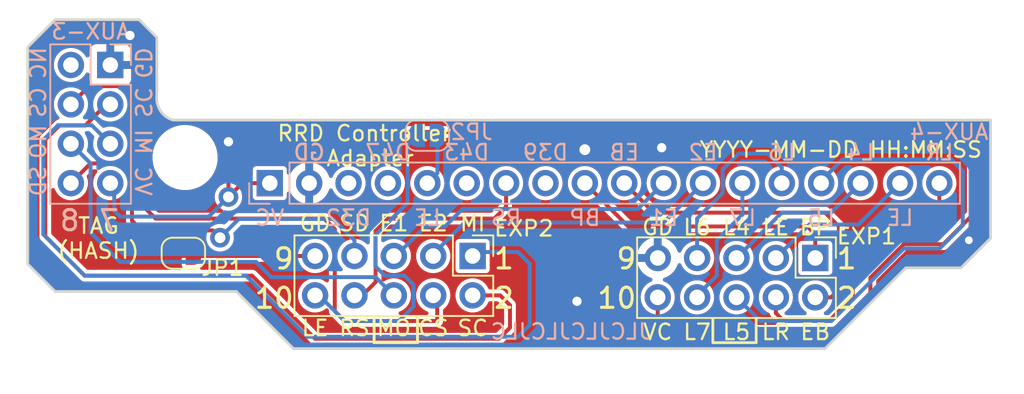
<source format=kicad_pcb>
(kicad_pcb (version 20221018) (generator pcbnew)
  (layers (0 "F.Cu" signal) (31 "B.Cu" signal) (34 "B.Paste" user) (35 "F.Paste" user) (36 "B.SilkS" user "B.Silkscreen") (37 "F.SilkS" user "F.Silkscreen") (38 "B.Mask" user) (39 "F.Mask" user) (44 "Edge.Cuts" user))
  (property "DATE" "YYYY-MM-DD HH:MM:SS")
  (property "HASH" "HASH")
  (property "TAG" "TAG")
  (net 0 "")
  (net 2 "HOST_SCK")
  (net 3 "HOST_CS")
  (net 4 "SD_MISO")
  (net 5 "HOST_MOSI")
  (net 6 "VCC")
  (net 7 "SD_DET")
  (net 8 "Net-(AUX-4-Pin_5)")
  (net 9 "Net-(JP1-A)")
  (net 12 "PWR_LED")
  (net 14 "RESET")
  (net 16 "BEEPER")
  (net 17 "BTN_ENC")
  (net 18 "BTN_EN1")
  (net 19 "BTN_EN2")
  (net 20 "LCD7")
  (net 21 "LCD6")
  (net 22 "LCD5")
  (net 23 "LCD4")
  (net 24 "LCDE")
  (net 25 "LCDRS")
  (net 26 "GND")
  (footprint "Connector_PinHeader_2.54mm:PinHeader_2x05_P2.54mm_Vertical" (layer "F.Cu") (at 97.79 -58.42 -90)
    (fp_text reference "EXP2" (at -1.778 -3.302 180) (layer "F.SilkS"))
    (fp_text value "Header 5X2")
    (fp_line (start -1.33 -1.33) (end 0 -1.33) (stroke (width 0.12)) (layer "F.SilkS"))
    (fp_line (start -1.33 0) (end -1.33 -1.33) (stroke (width 0.12)) (layer "F.SilkS"))
    (fp_line (start -1.33 1.27) (end -1.33 11.49) (stroke (width 0.12)) (layer "F.SilkS"))
    (fp_line (start -1.33 1.27) (end 1.27 1.27) (stroke (width 0.12)) (layer "F.SilkS"))
    (fp_line (start -1.33 11.49) (end 3.87 11.49) (stroke (width 0.12)) (layer "F.SilkS"))
    (fp_line (start 1.27 -1.33) (end 3.87 -1.33) (stroke (width 0.12)) (layer "F.SilkS"))
    (fp_line (start 1.27 1.27) (end 1.27 -1.33) (stroke (width 0.12)) (layer "F.SilkS"))
    (fp_line (start 3.87 -1.33) (end 3.87 11.49) (stroke (width 0.12)) (layer "F.SilkS"))
    (pad "1" thru_hole rect (at 0 0 270) (size 1.7 1.7) (drill 1) (layers "*.Cu" "*.Mask") (net 4 "SD_MISO"))
    (pad "2" thru_hole oval (at 2.54 0 270) (size 1.7 1.7) (drill 1) (layers "*.Cu" "*.Mask") (net 2 "HOST_SCK"))
    (pad "3" thru_hole oval (at 0 2.54 270) (size 1.7 1.7) (drill 1) (layers "*.Cu" "*.Mask") (net 19 "BTN_EN2"))
    (pad "4" thru_hole oval (at 2.54 2.54 270) (size 1.7 1.7) (drill 1) (layers "*.Cu" "*.Mask") (net 3 "HOST_CS"))
    (pad "5" thru_hole oval (at 0 5.08 270) (size 1.7 1.7) (drill 1) (layers "*.Cu" "*.Mask") (net 18 "BTN_EN1"))
    (pad "6" thru_hole oval (at 2.54 5.08 270) (size 1.7 1.7) (drill 1) (layers "*.Cu" "*.Mask") (net 5 "HOST_MOSI"))
    (pad "7" thru_hole oval (at 0 7.62 270) (size 1.7 1.7) (drill 1) (layers "*.Cu" "*.Mask") (net 7 "SD_DET"))
    (pad "8" thru_hole oval (at 2.54 7.62 270) (size 1.7 1.7) (drill 1) (layers "*.Cu" "*.Mask") (net 14 "RESET"))
    (pad "9" thru_hole oval (at 0 10.16 270) (size 1.7 1.7) (drill 1) (layers "*.Cu" "*.Mask") (net 9 "Net-(JP1-A)"))
    (pad "10" thru_hole oval (at 2.54 10.16 270) (size 1.7 1.7) (drill 1) (layers "*.Cu" "*.Mask") (net 12 "PWR_LED"))
  )
  (footprint "Connector_PinHeader_2.54mm:PinHeader_2x05_P2.54mm_Vertical" (layer "F.Cu") (at 119.888 -58.293 -90)
    (fp_text reference "EXP1" (at -1.397 -3.302 180) (layer "F.SilkS"))
    (fp_text value "Header 5X2")
    (fp_line (start -1.33 -1.33) (end 0 -1.33) (stroke (width 0.12)) (layer "F.SilkS"))
    (fp_line (start -1.33 0) (end -1.33 -1.33) (stroke (width 0.12)) (layer "F.SilkS"))
    (fp_line (start -1.33 1.27) (end -1.33 11.49) (stroke (width 0.12)) (layer "F.SilkS"))
    (fp_line (start -1.33 1.27) (end 1.27 1.27) (stroke (width 0.12)) (layer "F.SilkS"))
    (fp_line (start -1.33 11.49) (end 3.87 11.49) (stroke (width 0.12)) (layer "F.SilkS"))
    (fp_line (start 1.27 -1.33) (end 3.87 -1.33) (stroke (width 0.12)) (layer "F.SilkS"))
    (fp_line (start 1.27 1.27) (end 1.27 -1.33) (stroke (width 0.12)) (layer "F.SilkS"))
    (fp_line (start 3.87 -1.33) (end 3.87 11.49) (stroke (width 0.12)) (layer "F.SilkS"))
    (pad "1" thru_hole rect (at 0 0 270) (size 1.7 1.7) (drill 1) (layers "*.Cu" "*.Mask") (net 16 "BEEPER"))
    (pad "2" thru_hole oval (at 2.54 0 270) (size 1.7 1.7) (drill 1) (layers "*.Cu" "*.Mask") (net 17 "BTN_ENC"))
    (pad "3" thru_hole oval (at 0 2.54 270) (size 1.7 1.7) (drill 1) (layers "*.Cu" "*.Mask") (net 24 "LCDE"))
    (pad "4" thru_hole oval (at 2.54 2.54 270) (size 1.7 1.7) (drill 1) (layers "*.Cu" "*.Mask") (net 25 "LCDRS"))
    (pad "5" thru_hole oval (at 0 5.08 270) (size 1.7 1.7) (drill 1) (layers "*.Cu" "*.Mask") (net 23 "LCD4"))
    (pad "6" thru_hole oval (at 2.54 5.08 270) (size 1.7 1.7) (drill 1) (layers "*.Cu" "*.Mask") (net 22 "LCD5"))
    (pad "7" thru_hole oval (at 0 7.62 270) (size 1.7 1.7) (drill 1) (layers "*.Cu" "*.Mask") (net 21 "LCD6"))
    (pad "8" thru_hole oval (at 2.54 7.62 270) (size 1.7 1.7) (drill 1) (layers "*.Cu" "*.Mask") (net 20 "LCD7"))
    (pad "9" thru_hole oval (at 0 10.16 270) (size 1.7 1.7) (drill 1) (layers "*.Cu" "*.Mask") (net 26 "GND"))
    (pad "10" thru_hole oval (at 2.54 10.16 270) (size 1.7 1.7) (drill 1) (layers "*.Cu" "*.Mask") (net 6 "VCC"))
  )
  (footprint "MountingHole:MountingHole_3.7mm" (layer "F.Cu") (at 79.248 -64.77)
    (fp_text reference "H1" hide)
    (fp_text value "MountingHole")
    (pad "" np_thru_hole circle (at 0 0) (size 3.7 3.7) (drill 3.7) (layers "*.Cu" "*.Mask"))
  )
  (footprint "Jumper:SolderJumper-2_P1.3mm_Bridged_RoundedPad1.0x1.5mm" (layer "F.Cu") (at 79.136 -58.6 180)
    (fp_text reference "JP1" (at -2.525 -0.942) (layer "F.SilkS"))
    (fp_text value "Jumper_2_Bridged")
    (fp_poly (pts (xy 0.25 -0.3) (xy -0.25 -0.3) (xy -0.25 0.3) (xy 0.25 0.3)) (fill solid) (layer "F.Cu"))
    (fp_line (start -1.4 0.3) (end -1.4 -0.3) (stroke (width 0.12)) (layer "F.SilkS"))
    (fp_line (start -0.7 -1) (end 0.7 -1) (stroke (width 0.12)) (layer "F.SilkS"))
    (fp_line (start 0.7 1) (end -0.7 1) (stroke (width 0.12)) (layer "F.SilkS"))
    (fp_line (start 1.4 -0.3) (end 1.4 0.3) (stroke (width 0.12)) (layer "F.SilkS"))
    (fp_arc (start -1.4 -0.3) (mid -1.194975 -0.794975) (end -0.7 -1) (stroke (width 0.12)) (layer "F.SilkS"))
    (fp_arc (start -0.7 1) (mid -1.194975 0.794975) (end -1.4 0.3) (stroke (width 0.12)) (layer "F.SilkS"))
    (fp_arc (start 0.7 -1) (mid 1.194975 -0.794975) (end 1.4 -0.3) (stroke (width 0.12)) (layer "F.SilkS"))
    (fp_arc (start 1.4 0.3) (mid 1.194975 0.794975) (end 0.7 1) (stroke (width 0.12)) (layer "F.SilkS"))
    (pad "1" smd custom (at -0.65 0 180) (size 1 0.5) (layers "F.Cu" "F.Mask") (net 9 "Net-(JP1-A)") (options (clearance outline) (anchor rect)) (primitives (gr_circle (center 0 0.25) (end 0.5 0.25) (width 0) (fill yes)) (gr_circle (center 0 -0.25) (end 0.5 -0.25) (width 0) (fill yes)) (gr_poly (pts (xy 0.5 0.75) (xy 0 0.75) (xy 0 -0.75) (xy 0.5 -0.75)) (width 0) (fill yes))))
    (pad "2" smd custom (at 0.65 0 180) (size 1 0.5) (layers "F.Cu" "F.Mask") (net 26 "GND") (options (clearance outline) (anchor rect)) (primitives (gr_circle (center 0 0.25) (end 0.5 0.25) (width 0) (fill yes)) (gr_circle (center 0 -0.25) (end 0.5 -0.25) (width 0) (fill yes)) (gr_poly (pts (xy 0 0.75) (xy -0.5 0.75) (xy -0.5 -0.75) (xy 0 -0.75)) (width 0) (fill yes))))
  )
  (footprint "Gigahawk:PinSocket_2x04_P2.54mm_Vertical_Flipped" (layer "B.Cu") (at 71.882 -70.739 180)
    (fp_text reference "AUX-3" (at -1.27 2.159 unlocked) (layer "B.SilkS") (effects (justify mirror)))
    (fp_text value "Conn_02x04_Odd_Even")
    (fp_line (start -3.87 -1.27) (end -3.87 -8.95) (stroke (width 0.12)) (layer "B.SilkS"))
    (fp_line (start -3.87 1.33) (end -3.87 0) (stroke (width 0.12)) (layer "B.SilkS"))
    (fp_line (start -2.54 1.33) (end -3.87 1.33) (stroke (width 0.12)) (layer "B.SilkS"))
    (fp_line (start -1.27 -1.27) (end -3.87 -1.27) (stroke (width 0.12)) (layer "B.SilkS"))
    (fp_line (start -1.27 1.33) (end -1.27 -1.27) (stroke (width 0.12)) (layer "B.SilkS"))
    (fp_line (start 1.33 -8.95) (end -3.87 -8.95) (stroke (width 0.12)) (layer "B.SilkS"))
    (fp_line (start 1.33 1.33) (end -1.27 1.33) (stroke (width 0.12)) (layer "B.SilkS"))
    (fp_line (start 1.33 1.33) (end 1.33 -8.95) (stroke (width 0.12)) (layer "B.SilkS"))
    (pad "1" thru_hole rect (at -2.54 0 180) (size 1.7 1.7) (drill 1) (layers "*.Cu" "*.Mask") (net 26 "GND"))
    (pad "2" thru_hole oval (at 0 0 180) (size 1.7 1.7) (drill 1) (layers "*.Cu" "*.Mask"))
    (pad "3" thru_hole oval (at -2.54 -2.54 180) (size 1.7 1.7) (drill 1) (layers "*.Cu" "*.Mask") (net 2 "HOST_SCK"))
    (pad "4" thru_hole oval (at 0 -2.54 180) (size 1.7 1.7) (drill 1) (layers "*.Cu" "*.Mask") (net 3 "HOST_CS"))
    (pad "5" thru_hole oval (at -2.54 -5.08 180) (size 1.7 1.7) (drill 1) (layers "*.Cu" "*.Mask") (net 4 "SD_MISO"))
    (pad "6" thru_hole oval (at 0 -5.08 180) (size 1.7 1.7) (drill 1) (layers "*.Cu" "*.Mask") (net 5 "HOST_MOSI"))
    (pad "7" thru_hole oval (at -2.54 -7.62 180) (size 1.7 1.7) (drill 1) (layers "*.Cu" "*.Mask") (net 6 "VCC"))
    (pad "8" thru_hole oval (at 0 -7.62 180) (size 1.7 1.7) (drill 1) (layers "*.Cu" "*.Mask") (net 7 "SD_DET"))
  )
  (footprint "Jumper:SolderJumper-2_P1.3mm_Bridged_RoundedPad1.0x1.5mm" (layer "B.Cu") (at 94.869 -66.2 180)
    (fp_text reference "JP2" (at -2.85 0.221) (layer "B.SilkS") (effects (justify mirror)))
    (fp_text value "Jumper_2_Bridged")
    (fp_poly (pts (xy 0.25 0.3) (xy -0.25 0.3) (xy -0.25 -0.3) (xy 0.25 -0.3)) (fill solid) (layer "B.Cu"))
    (fp_line (start -1.4 -0.3) (end -1.4 0.3) (stroke (width 0.12)) (layer "B.SilkS"))
    (fp_line (start -0.7 1) (end 0.7 1) (stroke (width 0.12)) (layer "B.SilkS"))
    (fp_line (start 0.7 -1) (end -0.7 -1) (stroke (width 0.12)) (layer "B.SilkS"))
    (fp_line (start 1.4 0.3) (end 1.4 -0.3) (stroke (width 0.12)) (layer "B.SilkS"))
    (fp_arc (start -1.4 -0.3) (mid -1.194975 -0.794975) (end -0.7 -1) (stroke (width 0.12)) (layer "B.SilkS"))
    (fp_arc (start -0.7 1) (mid -1.194975 0.794975) (end -1.4 0.3) (stroke (width 0.12)) (layer "B.SilkS"))
    (fp_arc (start 0.7 -1) (mid 1.194975 -0.794975) (end 1.4 -0.3) (stroke (width 0.12)) (layer "B.SilkS"))
    (fp_arc (start 1.4 0.3) (mid 1.194975 0.794975) (end 0.7 1) (stroke (width 0.12)) (layer "B.SilkS"))
    (pad "1" smd custom (at -0.65 0 180) (size 1 0.5) (layers "B.Cu" "B.Mask") (net 8 "Net-(AUX-4-Pin_5)") (options (clearance outline) (anchor rect)) (primitives (gr_circle (center 0 -0.25) (end 0.5 -0.25) (width 0) (fill yes)) (gr_circle (center 0 0.25) (end 0.5 0.25) (width 0) (fill yes)) (gr_poly (pts (xy 0.5 -0.75) (xy 0 -0.75) (xy 0 0.75) (xy 0.5 0.75)) (width 0) (fill yes))))
    (pad "2" smd custom (at 0.65 0 180) (size 1 0.5) (layers "B.Cu" "B.Mask") (net 12 "PWR_LED") (options (clearance outline) (anchor rect)) (primitives (gr_circle (center 0 -0.25) (end 0.5 -0.25) (width 0) (fill yes)) (gr_circle (center 0 0.25) (end 0.5 0.25) (width 0) (fill yes)) (gr_poly (pts (xy 0 -0.75) (xy -0.5 -0.75) (xy -0.5 0.75) (xy 0 0.75)) (width 0) (fill yes))))
  )
  (footprint "Connector_PinSocket_2.54mm:PinSocket_1x18_P2.54mm_Vertical" (layer "B.Cu") (at 84.709 -63.119 -90)
    (fp_text reference "AUX-4" (at -3.302 -43.815 180) (layer "B.SilkS") (effects (justify mirror)))
    (fp_text value "Conn_01x18")
    (fp_line (start -1.33 -44.51) (end 1.33 -44.51) (stroke (width 0.12)) (layer "B.SilkS"))
    (fp_line (start -1.33 -1.27) (end -1.33 -44.51) (stroke (width 0.12)) (layer "B.SilkS"))
    (fp_line (start -1.33 -1.27) (end 1.33 -1.27) (stroke (width 0.12)) (layer "B.SilkS"))
    (fp_line (start 0 1.33) (end 1.33 1.33) (stroke (width 0.12)) (layer "B.SilkS"))
    (fp_line (start 1.33 -1.27) (end 1.33 -44.51) (stroke (width 0.12)) (layer "B.SilkS"))
    (fp_line (start 1.33 1.33) (end 1.33 0) (stroke (width 0.12)) (layer "B.SilkS"))
    (pad "1" thru_hole rect (at 0 0 270) (size 1.7 1.7) (drill 1) (layers "*.Cu" "*.Mask") (net 6 "VCC"))
    (pad "2" thru_hole oval (at 0 -2.54 270) (size 1.7 1.7) (drill 1) (layers "*.Cu" "*.Mask") (net 26 "GND"))
    (pad "3" thru_hole oval (at 0 -5.08 270) (size 1.7 1.7) (drill 1) (layers "*.Cu" "*.Mask"))
    (pad "4" thru_hole oval (at 0 -7.62 270) (size 1.7 1.7) (drill 1) (layers "*.Cu" "*.Mask"))
    (pad "5" thru_hole oval (at 0 -10.16 270) (size 1.7 1.7) (drill 1) (layers "*.Cu" "*.Mask") (net 8 "Net-(AUX-4-Pin_5)"))
    (pad "6" thru_hole oval (at 0 -12.7 270) (size 1.7 1.7) (drill 1) (layers "*.Cu" "*.Mask"))
    (pad "7" thru_hole oval (at 0 -15.24 270) (size 1.7 1.7) (drill 1) (layers "*.Cu" "*.Mask") (net 14 "RESET"))
    (pad "8" thru_hole oval (at 0 -17.78 270) (size 1.7 1.7) (drill 1) (layers "*.Cu" "*.Mask"))
    (pad "9" thru_hole oval (at 0 -20.32 270) (size 1.7 1.7) (drill 1) (layers "*.Cu" "*.Mask") (net 16 "BEEPER"))
    (pad "10" thru_hole oval (at 0 -22.86 270) (size 1.7 1.7) (drill 1) (layers "*.Cu" "*.Mask") (net 17 "BTN_ENC"))
    (pad "11" thru_hole oval (at 0 -25.4 270) (size 1.7 1.7) (drill 1) (layers "*.Cu" "*.Mask") (net 18 "BTN_EN1"))
    (pad "12" thru_hole oval (at 0 -27.94 270) (size 1.7 1.7) (drill 1) (layers "*.Cu" "*.Mask") (net 19 "BTN_EN2"))
    (pad "13" thru_hole oval (at 0 -30.48 270) (size 1.7 1.7) (drill 1) (layers "*.Cu" "*.Mask") (net 20 "LCD7"))
    (pad "14" thru_hole oval (at 0 -33.02 270) (size 1.7 1.7) (drill 1) (layers "*.Cu" "*.Mask") (net 21 "LCD6"))
    (pad "15" thru_hole oval (at 0 -35.56 270) (size 1.7 1.7) (drill 1) (layers "*.Cu" "*.Mask") (net 22 "LCD5"))
    (pad "16" thru_hole oval (at 0 -38.1 270) (size 1.7 1.7) (drill 1) (layers "*.Cu" "*.Mask") (net 23 "LCD4"))
    (pad "17" thru_hole oval (at 0 -40.64 270) (size 1.7 1.7) (drill 1) (layers "*.Cu" "*.Mask") (net 24 "LCDE"))
    (pad "18" thru_hole oval (at 0 -43.18 270) (size 1.7 1.7) (drill 1) (layers "*.Cu" "*.Mask") (net 25 "LCDRS"))
  )
  (gr_line (start 91.44 -52.832) (end 94.234 -52.832) (stroke (width 0.1778)) (layer "F.SilkS"))
  (gr_line (start 91.44 -54.49) (end 91.44 -52.832) (stroke (width 0.1778)) (layer "F.SilkS"))
  (gr_line (start 113.284 -52.832) (end 113.284 -54.39) (stroke (width 0.1778)) (layer "F.SilkS"))
  (gr_line (start 91.44 -52.832) (end 94.234 -52.832) (stroke (width 0.1778)) (layer "F.SilkS"))
  (gr_line (start 94.234 -52.832) (end 94.234 -54.49) (stroke (width 0.1778)) (layer "F.SilkS"))
  (gr_line (start 91.44 -54.49) (end 91.44 -52.832) (stroke (width 0.1778)) (layer "F.SilkS"))
  (gr_line (start 116.078 -52.832) (end 113.284 -52.832) (stroke (width 0.1778)) (layer "F.SilkS"))
  (gr_line (start 116.078 -54.39) (end 116.078 -52.832) (stroke (width 0.1778)) (layer "F.SilkS"))
  (gr_line (start 94.234 -52.832) (end 94.234 -54.49) (stroke (width 0.1778)) (layer "F.SilkS"))
  (gr_line (start 128.905 -57.658) (end 129.286 -57.658) (stroke (width 0.1778)) (layer "Edge.Cuts"))
  (gr_line (start 72.009 -73.66) (end 76.28204 -73.66) (stroke (width 0.1778)) (layer "Edge.Cuts"))
  (gr_line (start 69.09994 -57.90006) (end 70.866 -56.134) (stroke (width 0.1778)) (layer "Edge.Cuts"))
  (gr_line (start 69.09994 -57.90006) (end 69.09994 -60.84494) (stroke (width 0.1778)) (layer "Edge.Cuts"))
  (gr_line (start 131.191 -62.23) (end 131.191 -67.183) (stroke (width 0.1778)) (layer "Edge.Cuts"))
  (gr_line (start 76.28204 -73.66) (end 77.42479 -72.517) (stroke (width 0.1778)) (layer "Edge.Cuts"))
  (gr_line (start 69.09994 -70.85305) (end 69.09994 -71.89394) (stroke (width 0.1778)) (layer "Edge.Cuts"))
  (gr_line (start 69.09994 -71.89394) (end 70.866 -73.66) (stroke (width 0.1778)) (layer "Edge.Cuts"))
  (gr_line (start 125.73 -57.658) (end 128.905 -57.658) (stroke (width 0.1778)) (layer "Edge.Cuts"))
  (gr_line (start 70.866 -73.66) (end 72.009 -73.66) (stroke (width 0.1778)) (layer "Edge.Cuts"))
  (gr_arc (start 78.486 -67.183) (mid 77.677481 -67.754035) (end 77.424737 -68.711065) (stroke (width 0.1778)) (layer "Edge.Cuts"))
  (gr_line (start 131.191 -59.563) (end 131.191 -62.23) (stroke (width 0.1778)) (layer "Edge.Cuts"))
  (gr_line (start 120.523 -52.451) (end 125.73 -57.658) (stroke (width 0.1778)) (layer "Edge.Cuts"))
  (gr_line (start 129.286 -57.658) (end 131.191 -59.563) (stroke (width 0.1778)) (layer "Edge.Cuts"))
  (gr_line (start 78.486 -67.183) (end 131.191 -67.183) (stroke (width 0.1778)) (layer "Edge.Cuts"))
  (gr_line (start 69.09994 -60.84494) (end 69.09994 -70.85305) (stroke (width 0.1778)) (layer "Edge.Cuts"))
  (gr_line (start 77.42479 -68.71106) (end 77.42479 -72.517) (stroke (width 0.1778)) (layer "Edge.Cuts"))
  (gr_line (start 86.233 -52.451) (end 119.507 -52.451) (stroke (width 0.1778)) (layer "Edge.Cuts"))
  (gr_line (start 70.866 -56.134) (end 82.55 -56.134) (stroke (width 0.1778)) (layer "Edge.Cuts"))
  (gr_line (start 82.55 -56.134) (end 86.233 -52.451) (stroke (width 0.1778)) (layer "Edge.Cuts"))
  (gr_line (start 119.507 -52.451) (end 120.523 -52.451) (stroke (width 0.1778)) (layer "Edge.Cuts"))
  (gr_text "L6" (at 117.729 -64.516) (layer "B.SilkS") (effects (font (size 1 1)) (justify bottom mirror)))
  (gr_text "CS" (at 70.358 -68.326 90) (layer "B.SilkS") (effects (font (size 1 1)) (justify bottom mirror)))
  (gr_text "MO" (at 70.358 -65.786 90) (layer "B.SilkS") (effects (font (size 1 1)) (justify bottom mirror)))
  (gr_text "E1" (at 110.109 -61.468) (layer "B.SilkS") (effects (font (size 1 1)) (justify top mirror)))
  (gr_text "L4" (at 122.809 -64.516) (layer "B.SilkS") (effects (font (size 1 1)) (justify bottom mirror)))
  (gr_text "MI" (at 75.946 -65.786 270) (layer "B.SilkS") (effects (font (size 1 1)) (justify bottom mirror)))
  (gr_text "JLCJLCJLCJLC" (at 109.347 -52.959) (layer "B.SilkS") (effects (font (size 1 1)) (justify left bottom mirror)))
  (gr_text "LE" (at 125.349 -61.468) (layer "B.SilkS") (effects (font (size 1 1)) (justify top mirror)))
  (gr_text "RS" (at 99.949 -61.468) (layer "B.SilkS") (effects (font (size 1 1)) (justify top mirror)))
  (gr_text "SD" (at 70.358 -63.246 90) (layer "B.SilkS") (effects (font (size 1 1)) (justify bottom mirror)))
  (gr_text "BP" (at 105.029 -61.468) (layer "B.SilkS") (effects (font (size 1 1)) (justify top mirror)))
  (gr_text "D47" (at 92.329 -64.516) (layer "B.SilkS") (effects (font (size 1 1)) (justify bottom mirror)))
  (gr_text "D32" (at 89.789 -61.468) (layer "B.SilkS") (effects (font (size 1 1)) (justify top mirror)))
  (gr_text "SC" (at 75.946 -68.326 270) (layer "B.SilkS") (effects (font (size 1 1)) (justify bottom mirror)))
  (gr_text "D39" (at 102.489 -64.516) (layer "B.SilkS") (effects (font (size 1 1)) (justify bottom mirror)))
  (gr_text "VC" (at 84.709 -61.468) (layer "B.SilkS") (effects (font (size 1 1)) (justify top mirror)))
  (gr_text "GD" (at 87.249 -64.516) (layer "B.SilkS") (effects (font (size 1 1)) (justify bottom mirror)))
  (gr_text "NC" (at 70.358 -70.866 90) (layer "B.SilkS") (effects (font (size 1 1)) (justify bottom mirror)))
  (gr_text "GD" (at 87.249 -64.516) (layer "B.SilkS") (effects (font (size 1 1)) (justify bottom mirror)))
  (gr_text "GD" (at 87.249 -64.516) (layer "B.SilkS") (effects (font (size 1 1)) (justify bottom mirror)))
  (gr_text "D43" (at 97.409 -64.516) (layer "B.SilkS") (effects (font (size 1 1)) (justify bottom mirror)))
  (gr_text "8" (at 71.8058 -60.706) (layer "B.SilkS") (effects (font (size 1.3 1.3) (thickness 0.2)) (justify mirror)))
  (gr_text "L7" (at 115.189 -61.468) (layer "B.SilkS") (effects (font (size 1 1)) (justify top mirror)))
  (gr_text "VC" (at 75.946 -63.246 270) (layer "B.SilkS") (effects (font (size 1 1)) (justify bottom mirror)))
  (gr_text "LE" (at 94.869 -61.468) (layer "B.SilkS") (effects (font (size 1 1)) (justify top mirror)))
  (gr_text "EB" (at 107.569 -64.516) (layer "B.SilkS") (effects (font (size 1 1)) (justify bottom mirror)))
  (gr_text "LR" (at 127.889 -64.516) (layer "B.SilkS") (effects (font (size 1 1)) (justify bottom mirror)))
  (gr_text "GD" (at 75.946 -70.866 270) (layer "B.SilkS") (effects (font (size 1 1)) (justify bottom mirror)))
  (gr_text "L5" (at 120.269 -61.468) (layer "B.SilkS") (effects (font (size 1 1)) (justify top mirror)))
  (gr_text "E2" (at 112.649 -64.516) (layer "B.SilkS") (effects (font (size 1 1)) (justify bottom mirror)))
  (gr_text "7" (at 74.3458 -60.706) (layer "B.SilkS") (effects (font (size 1.3 1.3) (thickness 0.2)) (justify mirror)))
  (gr_text "E1" (at 92.71 -59.944) (layer "F.SilkS") (effects (font (size 1 1)) (justify bottom)))
  (gr_text "CS" (at 95.25 -54.356) (layer "F.SilkS") (effects (font (size 1 1)) (justify top)))
  (gr_text "2" (at 99.06 -55.7022) (layer "F.SilkS") (effects (font (size 1.3 1.3) (thickness 0.2)) (justify left)))
  (gr_text "VC" (at 109.728 -54.102) (layer "F.SilkS") (effects (font (size 1 1)) (justify top)))
  (gr_text "9" (at 86.36 -58.2422) (layer "F.SilkS") (effects (font (size 1.3 1.3) (thickness 0.2)) (justify right)))
  (gr_text "L4" (at 114.808 -59.69) (layer "F.SilkS") (effects (font (size 1 1)) (justify bottom)))
  (gr_text "1" (at 99.06 -58.2422) (layer "F.SilkS") (effects (font (size 1.3 1.3) (thickness 0.2)) (justify left)))
  (gr_text "LE" (at 87.63 -54.356) (layer "F.SilkS") (effects (font (size 1 1)) (justify top)))
  (gr_text "GD" (at 87.63 -59.944) (layer "F.SilkS") (effects (font (size 1 1)) (justify bottom)))
  (gr_text "EB" (at 119.888 -54.102) (layer "F.SilkS") (effects (font (size 1 1)) (justify top)))
  (gr_text "MI" (at 97.79 -59.944) (layer "F.SilkS") (effects (font (size 1 1)) (justify bottom)))
  (gr_text "RRD Controller \nAdapter" (at 91.186 -64.135) (layer "F.SilkS") (effects (font (size 1 1)) (justify bottom)))
  (gr_text "LR" (at 117.348 -54.102) (layer "F.SilkS") (effects (font (size 1 1)) (justify top)))
  (gr_text "L6" (at 112.268 -59.69) (layer "F.SilkS") (effects (font (size 1 1)) (justify bottom)))
  (gr_text "MO" (at 92.71 -54.356) (layer "F.SilkS") (effects (font (size 1 1)) (justify top)))
  (gr_text "SC" (at 97.79 -54.356) (layer "F.SilkS") (effects (font (size 1 1)) (justify top)))
  (gr_text "LE" (at 117.348 -59.69) (layer "F.SilkS") (effects (font (size 1 1)) (justify bottom)))
  (gr_text "10" (at 86.36 -55.7022) (layer "F.SilkS") (effects (font (size 1.3 1.3) (thickness 0.2)) (justify right)))
  (gr_text "RS" (at 90.17 -54.356) (layer "F.SilkS") (effects (font (size 1 1)) (justify top)))
  (gr_text "2" (at 121.158 -55.7022) (layer "F.SilkS") (effects (font (size 1.3 1.3) (thickness 0.2)) (justify left)))
  (gr_text "SD" (at 90.17 -59.944) (layer "F.SilkS") (effects (font (size 1 1)) (justify bottom)))
  (gr_text "L5" (at 114.808 -54.102) (layer "F.SilkS") (effects (font (size 1 1)) (justify top)))
  (gr_text "${DATE}" (at 121.539 -65.278) (layer "F.SilkS") (effects (font (size 1 1))))
  (gr_text "E2" (at 95.25 -59.944) (layer "F.SilkS") (effects (font (size 1 1)) (justify bottom)))
  (gr_text "GD" (at 109.728 -59.69) (layer "F.SilkS") (effects (font (size 1 1)) (justify bottom)))
  (gr_text "9" (at 108.458 -58.2422) (layer "F.SilkS") (effects (font (size 1.3 1.3) (thickness 0.2)) (justify right)))
  (gr_text "L7" (at 112.268 -54.102) (layer "F.SilkS") (effects (font (size 1 1)) (justify top)))
  (gr_text "BP" (at 119.888 -59.69) (layer "F.SilkS") (effects (font (size 1 1)) (justify bottom)))
  (gr_text "1" (at 121.158 -58.2422) (layer "F.SilkS") (effects (font (size 1.3 1.3) (thickness 0.2)) (justify left)))
  (gr_text "10" (at 108.458 -55.7022) (layer "F.SilkS") (effects (font (size 1.3 1.3) (thickness 0.2)) (justify right)))
  (gr_text "${TAG}\n(${HASH})" (at 73.66 -59.563) (layer "F.SilkS") (effects (font (size 1 1))))
  (segment (start 71.136 -66.836) (end 72.805 -66.836) (width 0.254) (layer "F.Cu") (net 2))
  (segment (start 72.805 -66.836) (end 74.168 -68.199) (width 0.254) (layer "F.Cu") (net 2))
  (segment (start 100.2 -55.248) (end 100.2 -53.8) (width 0.254) (layer "F.Cu") (net 2))
  (segment (start 87.63 -53.086) (end 83.566 -57.15) (width 0.254) (layer "F.Cu") (net 2))
  (segment (start 99.568 -55.88) (end 100.2 -55.248) (width 0.254) (layer "F.Cu") (net 2))
  (segment (start 70.231 -65.931) (end 71.136 -66.836) (width 0.254) (layer "F.Cu") (net 2))
  (segment (start 72.771 -57.15) (end 70.231 -59.69) (width 0.254) (layer "F.Cu") (net 2))
  (segment (start 70.231 -59.69) (end 70.231 -65.931) (width 0.254) (layer "F.Cu") (net 2))
  (segment (start 97.79 -55.88) (end 99.568 -55.88) (width 0.254) (layer "F.Cu") (net 2))
  (segment (start 99.486 -53.086) (end 87.63 -53.086) (width 0.254) (layer "F.Cu") (net 2))
  (segment (start 74.168 -68.199) (end 74.422 -68.199) (width 0.254) (layer "F.Cu") (net 2))
  (segment (start 83.566 -57.15) (end 72.771 -57.15) (width 0.254) (layer "F.Cu") (net 2))
  (segment (start 100.2 -53.8) (end 99.486 -53.086) (width 0.254) (layer "F.Cu") (net 2))
  (segment (start 73.059 -69.376) (end 71.882 -68.199) (width 0.254) (layer "F.Cu") (net 3))
  (segment (start 89.535 -54.229) (end 88.9 -54.864) (width 0.254) (layer "F.Cu") (net 3))
  (segment (start 77.343 -60.833) (end 76.708 -61.468) (width 0.254) (layer "F.Cu") (net 3))
  (segment (start 95.25 -55.88) (end 95.504 -55.626) (width 0.254) (layer "F.Cu") (net 3))
  (segment (start 88.9 -54.864) (end 88.9 -60.1472) (width 0.254) (layer "F.Cu") (net 3))
  (segment (start 88.2142 -60.833) (end 77.343 -60.833) (width 0.254) (layer "F.Cu") (net 3))
  (segment (start 76.708 -61.468) (end 76.708 -68.5673) (width 0.254) (layer "F.Cu") (net 3))
  (segment (start 75.8993 -69.376) (end 73.059 -69.376) (width 0.254) (layer "F.Cu") (net 3))
  (segment (start 95.504 -54.229) (end 89.535 -54.229) (width 0.254) (layer "F.Cu") (net 3))
  (segment (start 95.504 -55.626) (end 95.504 -54.229) (width 0.254) (layer "F.Cu") (net 3))
  (segment (start 88.9 -60.1472) (end 88.2142 -60.833) (width 0.254) (layer "F.Cu") (net 3))
  (segment (start 76.708 -68.5673) (end 75.8993 -69.376) (width 0.254) (layer "F.Cu") (net 3))
  (segment (start 100.711 -58.674) (end 101.473 -57.912) (width 0.254) (layer "B.Cu") (net 4))
  (segment (start 73.2282 -66.8528) (end 74.422 -65.659) (width 0.254) (layer "B.Cu") (net 4))
  (segment (start 83.185 -57.15) (end 72.771 -57.15) (width 0.254) (layer "B.Cu") (net 4))
  (segment (start 98.044 -58.674) (end 100.711 -58.674) (width 0.254) (layer "B.Cu") (net 4))
  (segment (start 97.79 -58.42) (end 98.044 -58.674) (width 0.254) (layer "B.Cu") (net 4))
  (segment (start 101.473 -53.973) (end 100.713 -53.213) (width 0.254) (layer "B.Cu") (net 4))
  (segment (start 70.104 -65.904) (end 71.0528 -66.8528) (width 0.254) (layer "B.Cu") (net 4))
  (segment (start 100.713 -53.213) (end 87.122 -53.213) (width 0.254) (layer "B.Cu") (net 4))
  (segment (start 87.122 -53.213) (end 83.185 -57.15) (width 0.254) (layer "B.Cu") (net 4))
  (segment (start 71.0528 -66.8528) (end 73.2282 -66.8528) (width 0.254) (layer "B.Cu") (net 4))
  (segment (start 70.104 -59.817) (end 70.104 -65.904) (width 0.254) (layer "B.Cu") (net 4))
  (segment (start 101.473 -57.912) (end 101.473 -53.973) (width 0.254) (layer "B.Cu") (net 4))
  (segment (start 72.771 -57.15) (end 70.104 -59.817) (width 0.254) (layer "B.Cu") (net 4))
  (segment (start 83.82 -58.039) (end 75.057 -58.039) (width 0.254) (layer "B.Cu") (net 5))
  (segment (start 73.15 -59.946) (end 73.15 -64.391) (width 0.254) (layer "B.Cu") (net 5))
  (segment (start 75.057 -58.039) (end 73.15 -59.946) (width 0.254) (layer "B.Cu") (net 5))
  (segment (start 73.15 -64.391) (end 71.882 -65.659) (width 0.254) (layer "B.Cu") (net 5))
  (segment (start 84.802 -57.057) (end 83.82 -58.039) (width 0.254) (layer "B.Cu") (net 5))
  (segment (start 91.533 -57.057) (end 84.802 -57.057) (width 0.254) (layer "B.Cu") (net 5))
  (segment (start 92.71 -55.88) (end 91.533 -57.057) (width 0.254) (layer "B.Cu") (net 5))
  (segment (start 109.728 -55.753) (end 109.728 -54.229) (width 0.254) (layer "F.Cu") (net 6))
  (segment (start 123.444 -57.023) (end 125.603 -59.182) (width 0.254) (layer "F.Cu") (net 6))
  (segment (start 128.143 -59.182) (end 130.048 -61.087) (width 0.254) (layer "F.Cu") (net 6))
  (segment (start 109.728 -54.229) (end 110.363 -53.594) (width 0.254) (layer "F.Cu") (net 6))
  (segment (start 82.042 -62.23) (end 82.931 -63.119) (width 0.254) (layer "F.Cu") (net 6))
  (segment (start 82.042 -63.5) (end 82.042 -62.23) (width 0.254) (layer "F.Cu") (net 6))
  (segment (start 110.363 -53.594) (end 121.0056 -53.594) (width 0.254) (layer "F.Cu") (net 6))
  (segment (start 84.963 -66.421) (end 82.042 -63.5) (width 0.254) (layer "F.Cu") (net 6))
  (segment (start 123.444 -56.0324) (end 123.444 -57.023) (width 0.254) (layer "F.Cu") (net 6))
  (segment (start 128.779 -66.421) (end 84.963 -66.421) (width 0.254) (layer "F.Cu") (net 6))
  (segment (start 130.048 -65.152) (end 128.779 -66.421) (width 0.254) (layer "F.Cu") (net 6))
  (segment (start 121.0056 -53.594) (end 123.444 -56.0324) (width 0.254) (layer "F.Cu") (net 6))
  (segment (start 125.603 -59.182) (end 128.143 -59.182) (width 0.254) (layer "F.Cu") (net 6))
  (segment (start 130.048 -61.087) (end 130.048 -65.152) (width 0.254) (layer "F.Cu") (net 6))
  (segment (start 82.931 -63.119) (end 84.709 -63.119) (width 0.254) (layer "F.Cu") (net 6))
  (via (at 82.042 -62.23) (size 1.27) (drill 0.7) (layers "F.Cu" "B.Cu") (net 6))
  (segment (start 80.772 -60.96) (end 75.057 -60.96) (width 0.254) (layer "B.Cu") (net 6))
  (segment (start 74.676 -61.341) (end 74.676 -62.865) (width 0.254) (layer "B.Cu") (net 6))
  (segment (start 75.057 -60.96) (end 74.676 -61.341) (width 0.254) (layer "B.Cu") (net 6))
  (segment (start 74.676 -62.865) (end 74.422 -63.119) (width 0.254) (layer "B.Cu") (net 6))
  (segment (start 82.042 -62.23) (end 80.772 -60.96) (width 0.254) (layer "B.Cu") (net 6))
  (segment (start 76.454 -60.071) (end 75.819 -60.706) (width 0.254) (layer "F.Cu") (net 7))
  (segment (start 75.819 -60.706) (end 75.819 -63.754) (width 0.254) (layer "F.Cu") (net 7))
  (segment (start 73.152 -64.389) (end 71.882 -63.119) (width 0.254) (layer "F.Cu") (net 7))
  (segment (start 81.5 -59.6) (end 81.029 -60.071) (width 0.254) (layer "F.Cu") (net 7))
  (segment (start 75.819 -63.754) (end 75.184 -64.389) (width 0.254) (layer "F.Cu") (net 7))
  (segment (start 81.029 -60.071) (end 76.454 -60.071) (width 0.254) (layer "F.Cu") (net 7))
  (segment (start 75.184 -64.389) (end 73.152 -64.389) (width 0.254) (layer "F.Cu") (net 7))
  (via (at 81.5 -59.6) (size 1.27) (drill 0.7) (layers "F.Cu" "B.Cu") (net 7))
  (segment (start 82.7076 -60.8076) (end 88.7984 -60.8076) (width 0.254) (layer "B.Cu") (net 7))
  (segment (start 90.17 -59.436) (end 90.17 -58.42) (width 0.254) (layer "B.Cu") (net 7))
  (segment (start 81.5 -59.6) (end 82.7076 -60.8076) (width 0.254) (layer "B.Cu") (net 7))
  (segment (start 88.7984 -60.8076) (end 90.17 -59.436) (width 0.254) (layer "B.Cu") (net 7))
  (segment (start 95.519 -66.2) (end 95.519 -63.769) (width 0.254) (layer "B.Cu") (net 8))
  (segment (start 95.519 -63.769) (end 94.869 -63.119) (width 0.254) (layer "B.Cu") (net 8))
  (segment (start 94.9 -66.2) (end 94.869 -66.169) (width 0.254) (layer "B.Cu") (net 8))
  (segment (start 79.786 -58.6) (end 79.966 -58.42) (width 0.254) (layer "F.Cu") (net 9))
  (segment (start 87.63 -58.42) (end 84.93 -58.42) (width 0.254) (layer "F.Cu") (net 9))
  (segment (start 79.966 -58.42) (end 87.63 -58.42) (width 0.254) (layer "F.Cu") (net 9))
  (segment (start 91.5162 -57.762099) (end 91.5162 -59.7662) (width 0.25) (layer "B.Cu") (net 12))
  (segment (start 93.3958 -57.15) (end 92.128299 -57.15) (width 0.25) (layer "B.Cu") (net 12))
  (segment (start 92.128299 -57.15) (end 91.5162 -57.762099) (width 0.25) (layer "B.Cu") (net 12))
  (segment (start 87.63 -55.88) (end 87.884 -55.88) (width 0.25) (layer "B.Cu") (net 12))
  (segment (start 89.535 -54.229) (end 93.0402 -54.229) (width 0.25) (layer "B.Cu") (net 12))
  (segment (start 93.0402 -54.229) (end 93.98 -55.1688) (width 0.25) (layer "B.Cu") (net 12))
  (segment (start 93.6 -61.85) (end 93.6 -65.581) (width 0.25) (layer "B.Cu") (net 12))
  (segment (start 91.5162 -59.7662) (end 93.6 -61.85) (width 0.25) (layer "B.Cu") (net 12))
  (segment (start 93.6 -65.581) (end 94.219 -66.2) (width 0.25) (layer "B.Cu") (net 12))
  (segment (start 87.884 -55.88) (end 89.535 -54.229) (width 0.25) (layer "B.Cu") (net 12))
  (segment (start 93.98 -55.1688) (end 93.98 -56.5658) (width 0.25) (layer "B.Cu") (net 12))
  (segment (start 93.98 -56.5658) (end 93.3958 -57.15) (width 0.25) (layer "B.Cu") (net 12))
  (segment (start 90.17 -55.88) (end 90.678 -55.88) (width 0.254) (layer "F.Cu") (net 14))
  (segment (start 99.949 -61.595) (end 99.949 -63.119) (width 0.254) (layer "F.Cu") (net 14))
  (segment (start 90.678 -55.88) (end 91.533 -56.735) (width 0.254) (layer "F.Cu") (net 14))
  (segment (start 99.187 -60.833) (end 99.949 -61.595) (width 0.254) (layer "F.Cu") (net 14))
  (segment (start 92.329 -60.833) (end 99.187 -60.833) (width 0.254) (layer "F.Cu") (net 14))
  (segment (start 91.533 -56.735) (end 91.533 -60.037) (width 0.254) (layer "F.Cu") (net 14))
  (segment (start 91.533 -60.037) (end 92.329 -60.833) (width 0.254) (layer "F.Cu") (net 14))
  (segment (start 119.38 -60.325) (end 107.823 -60.325) (width 0.254) (layer "F.Cu") (net 16))
  (segment (start 119.888 -58.293) (end 119.888 -59.817) (width 0.254) (layer "F.Cu") (net 16))
  (segment (start 119.888 -59.817) (end 119.38 -60.325) (width 0.254) (layer "F.Cu") (net 16))
  (segment (start 107.823 -60.325) (end 105.029 -63.119) (width 0.254) (layer "F.Cu") (net 16))
  (segment (start 109.474 -61.214) (end 107.569 -63.119) (width 0.254) (layer "F.Cu") (net 17))
  (segment (start 120.523 -61.214) (end 109.474 -61.214) (width 0.254) (layer "F.Cu") (net 17))
  (segment (start 119.888 -55.753) (end 120.904 -55.753) (width 0.254) (layer "F.Cu") (net 17))
  (segment (start 121.412 -56.261) (end 121.412 -60.325) (width 0.254) (layer "F.Cu") (net 17))
  (segment (start 121.412 -60.325) (end 120.523 -61.214) (width 0.254) (layer "F.Cu") (net 17))
  (segment (start 120.904 -55.753) (end 121.412 -56.261) (width 0.254) (layer "F.Cu") (net 17))
  (segment (start 97.137 -61.45) (end 108.44 -61.45) (width 0.254) (layer "B.Cu") (net 18))
  (segment (start 92.837 -58.42) (end 94.742 -60.325) (width 0.254) (layer "B.Cu") (net 18))
  (segment (start 108.44 -61.45) (end 110.109 -63.119) (width 0.254) (layer "B.Cu") (net 18))
  (segment (start 94.742 -60.325) (end 96.012 -60.325) (width 0.254) (layer "B.Cu") (net 18))
  (segment (start 92.71 -58.42) (end 92.837 -58.42) (width 0.254) (layer "B.Cu") (net 18))
  (segment (start 96.012 -60.325) (end 97.137 -61.45) (width 0.254) (layer "B.Cu") (net 18))
  (segment (start 95.25 -58.547) (end 97.282 -60.579) (width 0.254) (layer "B.Cu") (net 19))
  (segment (start 95.25 -58.42) (end 95.25 -58.547) (width 0.254) (layer "B.Cu") (net 19))
  (segment (start 110.109 -60.579) (end 112.649 -63.119) (width 0.254) (layer "B.Cu") (net 19))
  (segment (start 97.282 -60.579) (end 110.109 -60.579) (width 0.254) (layer "B.Cu") (net 19))
  (segment (start 115.189 -61.089) (end 113.538 -59.438) (width 0.254) (layer "B.Cu") (net 20))
  (segment (start 113.538 -57.15) (end 112.268 -55.88) (width 0.254) (layer "B.Cu") (net 20))
  (segment (start 113.538 -59.438) (end 113.538 -57.15) (width 0.254) (layer "B.Cu") (net 20))
  (segment (start 112.268 -55.88) (end 112.268 -55.753) (width 0.254) (layer "B.Cu") (net 20))
  (segment (start 115.189 -63.119) (end 115.189 -61.089) (width 0.254) (layer "B.Cu") (net 20))
  (segment (start 112.268 -60.833) (end 113.919 -62.484) (width 0.254) (layer "B.Cu") (net 21))
  (segment (start 113.919 -64.008) (end 114.935 -65.024) (width 0.254) (layer "B.Cu") (net 21))
  (segment (start 113.919 -62.484) (end 113.919 -64.008) (width 0.254) (layer "B.Cu") (net 21))
  (segment (start 117.729 -64.135) (end 117.729 -63.119) (width 0.254) (layer "B.Cu") (net 21))
  (segment (start 112.268 -58.293) (end 112.268 -60.833) (width 0.254) (layer "B.Cu") (net 21))
  (segment (start 114.935 -65.024) (end 116.84 -65.024) (width 0.254) (layer "B.Cu") (net 21))
  (segment (start 116.84 -65.024) (end 117.729 -64.135) (width 0.254) (layer "B.Cu") (net 21))
  (segment (start 116.332 -54.229) (end 120.929 -54.229) (width 0.254) (layer "B.Cu") (net 22))
  (segment (start 129.4 -60.4) (end 129.4 -63.9) (width 0.254) (layer "B.Cu") (net 22))
  (segment (start 125.6 -58.9) (end 127.9 -58.9) (width 0.254) (layer "B.Cu") (net 22))
  (segment (start 120.269 -63.269) (end 120.269 -63.119) (width 0.254) (layer "B.Cu") (net 22))
  (segment (start 129.4 -63.9) (end 128.65 -64.65) (width 0.254) (layer "B.Cu") (net 22))
  (segment (start 128.65 -64.65) (end 121.65 -64.65) (width 0.254) (layer "B.Cu") (net 22))
  (segment (start 120.929 -54.229) (end 125.6 -58.9) (width 0.254) (layer "B.Cu") (net 22))
  (segment (start 121.65 -64.65) (end 120.269 -63.269) (width 0.254) (layer "B.Cu") (net 22))
  (segment (start 114.808 -55.753) (end 116.332 -54.229) (width 0.254) (layer "B.Cu") (net 22))
  (segment (start 127.9 -58.9) (end 129.4 -60.4) (width 0.254) (layer "B.Cu") (net 22))
  (segment (start 117.729 -61.214) (end 120.896 -61.214) (width 0.254) (layer "B.Cu") (net 23))
  (segment (start 120.896 -61.214) (end 120.904 -61.214) (width 0.254) (layer "B.Cu") (net 23))
  (segment (start 114.808 -58.293) (end 117.729 -61.214) (width 0.254) (layer "B.Cu") (net 23))
  (segment (start 120.904 -61.214) (end 122.809 -63.119) (width 0.254) (layer "B.Cu") (net 23))
  (segment (start 125.13 -62.9) (end 125.15 -62.9) (width 0.254) (layer "B.Cu") (net 24))
  (segment (start 117.348 -58.293) (end 119.505 -60.45) (width 0.254) (layer "B.Cu") (net 24))
  (segment (start 122.68 -60.45) (end 125.13 -62.9) (width 0.254) (layer "B.Cu") (net 24))
  (segment (start 119.505 -60.45) (end 122.68 -60.45) (width 0.254) (layer "B.Cu") (net 24))
  (segment (start 122.301 -57.023) (end 125.476 -60.198) (width 0.254) (layer "F.Cu") (net 25))
  (segment (start 120.777 -54.229) (end 122.301 -55.753) (width 0.254) (layer "F.Cu") (net 25))
  (segment (start 117.348 -55.753) (end 117.348 -54.737) (width 0.254) (layer "F.Cu") (net 25))
  (segment (start 117.348 -54.737) (end 117.856 -54.229) (width 0.254) (layer "F.Cu") (net 25))
  (segment (start 127.889 -60.96) (end 127.889 -63.119) (width 0.254) (layer "F.Cu") (net 25))
  (segment (start 127.127 -60.198) (end 127.889 -60.96) (width 0.254) (layer "F.Cu") (net 25))
  (segment (start 122.301 -55.753) (end 122.301 -57.023) (width 0.254) (layer "F.Cu") (net 25))
  (segment (start 125.476 -60.198) (end 127.127 -60.198) (width 0.254) (layer "F.Cu") (net 25))
  (segment (start 117.856 -54.229) (end 120.777 -54.229) (width 0.254) (layer "F.Cu") (net 25))
  (via (at 105.029 -65.278) (size 1.27) (drill 0.7) (layers "F.Cu" "B.Cu") (net 26))
  (via (at 129.794 -59.436) (size 1) (drill 0.5) (layers "F.Cu" "B.Cu") (net 26))
  (via (at 104.521 -55.499) (size 1.27) (drill 0.6) (layers "F.Cu" "B.Cu") (net 26))
  (via (at 75.692 -72.644) (size 1.27) (drill 0.6) (layers "F.Cu" "B.Cu") (net 26))
  (via (at 109.982 -65.405) (size 1.27) (drill 0.6) (layers "F.Cu" "B.Cu") (net 26))
  (via (at 82.042 -65.786) (size 1.27) (drill 0.6) (layers "F.Cu" "B.Cu") (net 26))
  (zone (net 26) (net_name "GND") (layers "F&B.Cu") (connect_pads (clearance 0.25)) (min_thickness 0.25) (fill yes (thermal_gap 0.5) (thermal_bridge_width 0.5))
    (polygon (pts (xy 67.31 -74.93) (xy 133.35 -74.93) (xy 133.35 -49.53) (xy 67.31 -49.53)))
  )
)
</source>
